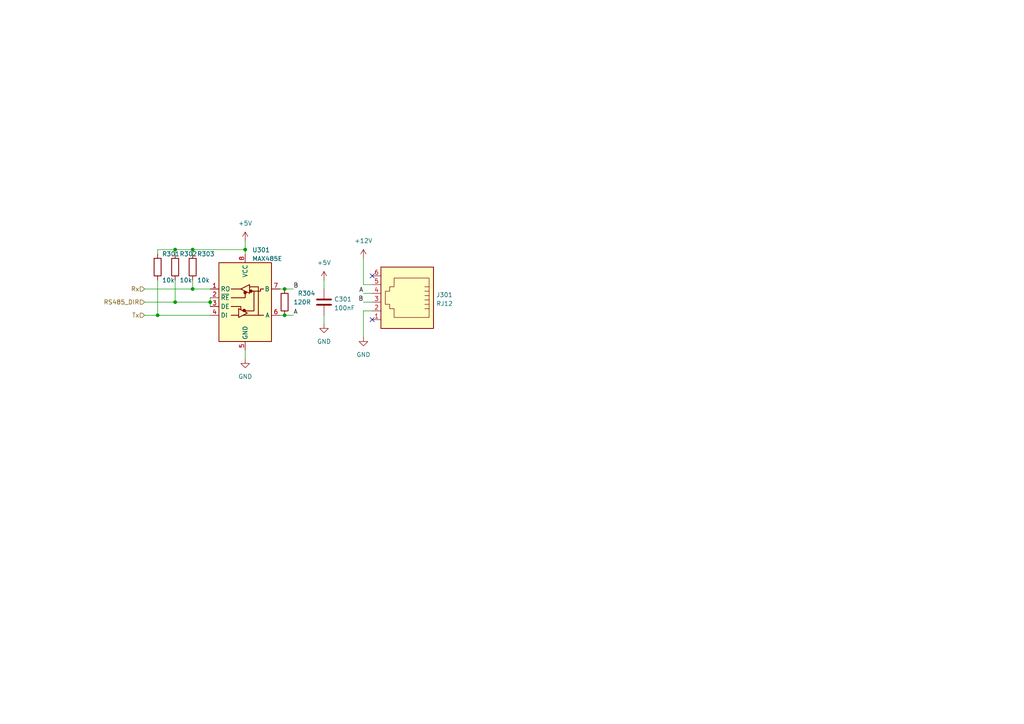
<source format=kicad_sch>
(kicad_sch (version 20230121) (generator eeschema)
  (paper "A4")
  (lib_symbols
    (symbol "Connector:RJ12" (pin_names (offset 1.016))
      (property "Reference" "J" (at -5.08 11.43 0))
      (property "Value" "RJ12" (at 2.54 11.43 0))
      (symbol "RJ12_0_1"
        (polyline (pts (xy -6.35 -1.905) (xy -5.08 -1.905) (xy -5.08 -1.905)))
        (polyline (pts (xy -6.35 -0.635) (xy -5.08 -0.635) (xy -5.08 -0.635)))
        (polyline (pts (xy -6.35 0.635) (xy -5.08 0.635) (xy -5.08 0.635)))
        (polyline (pts (xy -6.35 1.905) (xy -5.08 1.905) (xy -5.08 1.905)))
        (polyline (pts (xy -6.35 3.175) (xy -5.08 3.175) (xy -5.08 3.175)))
        (polyline (pts (xy -5.08 4.445) (xy -6.35 4.445) (xy -6.35 4.445)))
        (polyline (pts (xy -6.35 -4.445) (xy -6.35 6.985) (xy 3.81 6.985) (xy 3.81 4.445) (xy 5.08 4.445) (xy 5.08 3.175) (xy 6.35 3.175) (xy 6.35 -0.635) (xy 5.08 -0.635) (xy 5.08 -1.905) (xy 3.81 -1.905) (xy 3.81 -4.445) (xy -6.35 -4.445) (xy -6.35 -4.445)))
        (rectangle (start 7.62 10.16) (end -7.62 -7.62) (stroke (width 0.254)) (fill (type background)))
      )
      (symbol "RJ12_1_1"
        (pin passive line (at 10.16 -5.08 180) (length 2.54) (name "~") (number "1"))
        (pin passive line (at 10.16 -2.54 180) (length 2.54) (name "~") (number "2"))
        (pin passive line (at 10.16 0 180) (length 2.54) (name "~") (number "3"))
        (pin passive line (at 10.16 2.54 180) (length 2.54) (name "~") (number "4"))
        (pin passive line (at 10.16 5.08 180) (length 2.54) (name "~") (number "5"))
        (pin passive line (at 10.16 7.62 180) (length 2.54) (name "~") (number "6"))
      )
    )
    (symbol "Device:C" (pin_numbers hide) (pin_names (offset 0.254))
      (property "Reference" "C" (at 0.635 2.54 0))
      (property "Value" "C" (at 0.635 -2.54 0))
      (symbol "C_0_1"
        (polyline (pts (xy -2.032 -0.762) (xy 2.032 -0.762)) (stroke (width 0.508)))
        (polyline (pts (xy -2.032 0.762) (xy 2.032 0.762)) (stroke (width 0.508)))
      )
      (symbol "C_1_1"
        (pin passive line (at 0 3.81 270) (length 2.794) (name "~") (number "1"))
        (pin passive line (at 0 -3.81 90) (length 2.794) (name "~") (number "2"))
      )
    )
    (symbol "Device:R" (pin_numbers hide) (pin_names (offset 0))
      (property "Reference" "R" (at 2.032 0 90))
      (property "Value" "R" (at 0 0 90))
      (symbol "R_0_1"
        (rectangle (start -1.016 -2.54) (end 1.016 2.54) (stroke (width 0.254)))
      )
      (symbol "R_1_1"
        (pin passive line (at 0 3.81 270) (length 1.27) (name "~") (number "1"))
        (pin passive line (at 0 -3.81 90) (length 1.27) (name "~") (number "2"))
      )
    )
    (symbol "Interface_UART:MAX485E"
      (property "Reference" "U" (at -6.096 11.43 0))
      (property "Value" "MAX485E" (at 0.762 11.43 0))
      (symbol "MAX485E_0_1"
        (rectangle (start -7.62 10.16) (end 7.62 -12.7) (stroke (width 0.254)) (fill (type background)))
        (circle (center -0.3048 -3.683) (radius 0.3556) (stroke (width 0.254)) (fill (type outline)))
        (circle (center -0.0254 1.4986) (radius 0.3556) (stroke (width 0.254)) (fill (type outline)))
        (polyline (pts (xy -4.064 -5.08) (xy -1.905 -5.08)) (stroke (width 0.254)))
        (polyline (pts (xy -4.064 2.54) (xy -1.27 2.54)) (stroke (width 0.254)))
        (polyline (pts (xy -1.27 -3.2004) (xy -1.27 -3.4544)) (stroke (width 0.254)))
        (polyline (pts (xy -0.635 -5.08) (xy 5.334 -5.08)) (stroke (width 0.254)))
        (polyline (pts (xy -4.064 -2.54) (xy -1.27 -2.54) (xy -1.27 -3.175)) (stroke (width 0.254)))
        (polyline (pts (xy 0 1.27) (xy 0 0) (xy -4.064 0)) (stroke (width 0.254)))
        (polyline (pts (xy 1.27 3.175) (xy 3.81 3.175) (xy 3.81 -5.08)) (stroke (width 0.254)))
        (polyline (pts (xy 2.54 1.905) (xy 2.54 -3.81) (xy 0 -3.81)) (stroke (width 0.254)))
        (polyline (pts (xy -1.905 -3.175) (xy -1.905 -5.715) (xy 0.635 -4.445) (xy -1.905 -3.175)) (stroke (width 0.254)))
        (polyline (pts (xy -1.27 2.54) (xy 1.27 3.81) (xy 1.27 1.27) (xy -1.27 2.54)) (stroke (width 0.254)))
        (polyline (pts (xy 1.905 1.905) (xy 4.445 1.905) (xy 4.445 2.54) (xy 5.334 2.54)) (stroke (width 0.254)))
        (rectangle (start 1.27 3.175) (end 1.27 3.175))
        (circle (center 1.651 1.905) (radius 0.3556) (stroke (width 0.254)) (fill (type outline)))
      )
      (symbol "MAX485E_1_1"
        (pin output line (at -10.16 2.54 0) (length 2.54) (name "RO") (number "1"))
        (pin input line (at -10.16 0 0) (length 2.54) (name "~{RE}") (number "2"))
        (pin input line (at -10.16 -2.54 0) (length 2.54) (name "DE") (number "3"))
        (pin input line (at -10.16 -5.08 0) (length 2.54) (name "DI") (number "4"))
        (pin power_in line (at 0 -15.24 90) (length 2.54) (name "GND") (number "5"))
        (pin bidirectional line (at 10.16 -5.08 180) (length 2.54) (name "A") (number "6"))
        (pin bidirectional line (at 10.16 2.54 180) (length 2.54) (name "B") (number "7"))
        (pin power_in line (at 0 12.7 270) (length 2.54) (name "VCC") (number "8"))
      )
    )
    (symbol "power:+12V" (power) (pin_names (offset 0))
      (property "Value" "+12V" (at 0 3.556 0))
      (symbol "+12V_0_1"
        (polyline (pts (xy -0.762 1.27) (xy 0 2.54)))
        (polyline (pts (xy 0 0) (xy 0 2.54)))
        (polyline (pts (xy 0 2.54) (xy 0.762 1.27)))
      )
      (symbol "+12V_1_1"
        (pin power_in line (at 0 0 90) (length 0) hide (name "+12V") (number "1"))
      )
    )
    (symbol "power:+5V" (power) (pin_names (offset 0))
      (property "Value" "+5V" (at 0 3.556 0))
      (symbol "+5V_0_1"
        (polyline (pts (xy -0.762 1.27) (xy 0 2.54)))
        (polyline (pts (xy 0 0) (xy 0 2.54)))
        (polyline (pts (xy 0 2.54) (xy 0.762 1.27)))
      )
      (symbol "+5V_1_1"
        (pin power_in line (at 0 0 90) (length 0) hide (name "+5V") (number "1"))
      )
    )
    (symbol "power:GND" (power) (pin_names (offset 0))
      (property "Value" "GND" (at 0 -3.81 0))
      (symbol "GND_0_1"
        (polyline (pts (xy 0 0) (xy 0 -1.27) (xy 1.27 -1.27) (xy 0 -2.54) (xy -1.27 -1.27) (xy 0 -1.27)))
      )
      (symbol "GND_1_1"
        (pin power_in line (at 0 0 270) (length 0) hide (name "GND") (number "1"))
      )
    )
  )
  (junction (at 50.8 87.63))
  (junction (at 55.88 72.39))
  (junction (at 60.96 87.63))
  (junction (at 82.55 83.82))
  (junction (at 71.12 72.39))
  (junction (at 50.8 72.39))
  (junction (at 55.88 83.82))
  (junction (at 45.72 91.44))
  (junction (at 82.55 91.44))
  (no_connect (at 107.95 80.01))
  (no_connect (at 107.95 92.71))
  (wire (pts (xy 82.55 91.44) (xy 85.09 91.44)))
  (wire (pts (xy 105.41 74.93) (xy 105.41 82.55)))
  (wire (pts (xy 93.98 91.44) (xy 93.98 93.98)))
  (wire (pts (xy 41.91 87.63) (xy 50.8 87.63)))
  (wire (pts (xy 41.91 83.82) (xy 55.88 83.82)))
  (wire (pts (xy 45.72 81.28) (xy 45.72 91.44)))
  (wire (pts (xy 71.12 69.85) (xy 71.12 72.39)))
  (wire (pts (xy 107.95 85.09) (xy 105.41 85.09)))
  (wire (pts (xy 81.28 91.44) (xy 82.55 91.44)))
  (wire (pts (xy 55.88 72.39) (xy 55.88 73.66)))
  (wire (pts (xy 50.8 72.39) (xy 55.88 72.39)))
  (wire (pts (xy 45.72 72.39) (xy 50.8 72.39)))
  (wire (pts (xy 60.96 87.63) (xy 60.96 88.9)))
  (wire (pts (xy 107.95 87.63) (xy 105.41 87.63)))
  (wire (pts (xy 93.98 81.28) (xy 93.98 83.82)))
  (wire (pts (xy 71.12 101.6) (xy 71.12 104.14)))
  (wire (pts (xy 82.55 83.82) (xy 85.09 83.82)))
  (wire (pts (xy 50.8 81.28) (xy 50.8 87.63)))
  (wire (pts (xy 55.88 72.39) (xy 71.12 72.39)))
  (wire (pts (xy 45.72 91.44) (xy 60.96 91.44)))
  (wire (pts (xy 50.8 72.39) (xy 50.8 73.66)))
  (wire (pts (xy 105.41 90.17) (xy 107.95 90.17)))
  (wire (pts (xy 55.88 83.82) (xy 60.96 83.82)))
  (wire (pts (xy 81.28 83.82) (xy 82.55 83.82)))
  (wire (pts (xy 105.41 97.79) (xy 105.41 90.17)))
  (wire (pts (xy 41.91 91.44) (xy 45.72 91.44)))
  (wire (pts (xy 60.96 86.36) (xy 60.96 87.63)))
  (wire (pts (xy 50.8 87.63) (xy 60.96 87.63)))
  (wire (pts (xy 55.88 81.28) (xy 55.88 83.82)))
  (wire (pts (xy 45.72 72.39) (xy 45.72 73.66)))
  (wire (pts (xy 107.95 82.55) (xy 105.41 82.55)))
  (wire (pts (xy 71.12 72.39) (xy 71.12 73.66)))
  (label "B" (at 105.41 87.63 180))
  (label "A" (at 85.09 91.44 0))
  (label "B" (at 85.09 83.82 0))
  (label "A" (at 105.41 85.09 180))
  (hierarchical_label "RS485_DIR" (shape input) (at 41.91 87.63 180))
  (hierarchical_label "Rx" (shape input) (at 41.91 83.82 180))
  (hierarchical_label "Tx" (shape input) (at 41.91 91.44 180))
  (symbol (lib_id "Device:R") (at 82.55 87.63 180) (unit 1)
    (property "Reference" "R7" (at 86.36 85.09 0) (effects (justify right)))
    (property "Value" "120R" (at 85.09 87.63 0) (effects (justify right)))
    (property "Footprint" "Resistor_SMD:R_0805_2012Metric" (effects hide))
    (property "Datasheet" "C17437" (effects hide))
    (instances (project "relayManager" (path "" (reference "R304") (unit 1))) (project "general_schematics" (path "" (reference "R7") (unit 1))))
  )
  (symbol (lib_id "Device:R") (at 45.72 77.47 0) (unit 1)
    (property "Reference" "R4" (at 46.99 73.66 0) (effects (justify left)))
    (property "Value" "10k" (at 46.99 81.28 0) (effects (justify left)))
    (property "Footprint" "Resistor_SMD:R_0402_1005Metric" (effects hide))
    (property "JLCPCB Part#" "C25744" (effects hide))
    (instances (project "relayManager" (path "" (reference "R301") (unit 1))) (project "general_schematics" (path "" (reference "R4") (unit 1))))
  )
  (symbol (lib_id "power:+5V") (at 93.98 81.28 0) (unit 1)
    (property "Reference" "#PWR0303" (effects hide))
    (property "Value" "+5V" (at 93.98 76.2 0))
  )
  (symbol (lib_id "Device:R") (at 55.88 77.47 0) (unit 1)
    (property "Reference" "R6" (at 57.15 73.66 0) (effects (justify left)))
    (property "Value" "10k" (at 57.15 81.28 0) (effects (justify left)))
    (property "Footprint" "Resistor_SMD:R_0402_1005Metric" (effects hide))
    (property "JLCPCB Part#" "C25744" (effects hide))
    (instances (project "relayManager" (path "" (reference "R303") (unit 1))) (project "general_schematics" (path "" (reference "R6") (unit 1))))
  )
  (symbol (lib_id "Interface_UART:MAX485E") (at 71.12 86.36 0) (unit 1)
    (property "Reference" "U3" (at 73.1394 72.5002 0) (effects (justify left)))
    (property "Value" "MAX485E" (at 73.1394 75.0371 0) (effects (justify left)))
    (property "Footprint" "Package_SO:SOIC-8_3.9x4.9mm_P1.27mm" (effects hide))
    (property "Datasheet" "https://datasheets.maximintegrated.com/en/ds/MAX1487E-MAX491E.pdf" (effects hide))
    (property "JLCPCB Part#" "C668206" (effects hide))
    (instances (project "relayManager" (path "" (reference "U301") (unit 1))) (project "general_schematics" (path "" (reference "U3") (unit 1))))
  )
  (symbol (lib_id "power:GND") (at 105.41 97.79 0) (unit 1)
    (property "Reference" "#PWR0306" (effects hide))
    (property "Value" "GND" (at 105.41 102.87 0))
  )
  (symbol (lib_id "power:GND") (at 93.98 93.98 0) (unit 1)
    (property "Reference" "#PWR0304" (effects hide))
    (property "Value" "GND" (at 93.98 99.06 0))
  )
  (symbol (lib_id "Connector:RJ12") (at 118.11 87.63 0) (mirror y) (unit 1)
    (property "Reference" "J3" (at 126.492 85.5253 0) (effects (justify right)))
    (property "Value" "RJ12" (at 126.492 88.0622 0) (effects (justify right)))
    (property "Footprint" "Connector_RJ:RJ12_Amphenol_54601" (effects hide))
    (instances (project "relayManager" (path "" (reference "J301") (unit 1))) (project "general_schematics" (path "" (reference "J3") (unit 1))))
  )
  (symbol (lib_id "Device:R") (at 50.8 77.47 0) (unit 1)
    (property "Reference" "R5" (at 52.07 73.66 0) (effects (justify left)))
    (property "Value" "10k" (at 52.07 81.28 0) (effects (justify left)))
    (property "Footprint" "Resistor_SMD:R_0402_1005Metric" (effects hide))
    (property "JLCPCB Part#" "C25744" (effects hide))
    (instances (project "relayManager" (path "" (reference "R302") (unit 1))) (project "general_schematics" (path "" (reference "R5") (unit 1))))
  )
  (symbol (lib_id "power:GND") (at 71.12 104.14 0) (unit 1)
    (property "Reference" "#PWR0302" (effects hide))
    (property "Value" "GND" (at 71.12 109.22 0))
  )
  (symbol (lib_id "power:+5V") (at 71.12 69.85 0) (unit 1)
    (property "Reference" "#PWR0301" (effects hide))
    (property "Value" "+5V" (at 71.12 64.77 0))
  )
  (symbol (lib_id "Device:C") (at 93.98 87.63 0) (unit 1)
    (property "Reference" "C3" (at 96.901 86.7953 0) (effects (justify left)))
    (property "Value" "100nF" (at 96.901 89.3322 0) (effects (justify left)))
    (property "Footprint" "Capacitor_SMD:C_0603_1608Metric" (effects hide))
    (property "JLCPCB Part#" "C14663" (effects hide))
    (instances (project "relayManager" (path "" (reference "C301") (unit 1))) (project "general_schematics" (path "" (reference "C3") (unit 1))))
  )
  (symbol (lib_id "power:+12V") (at 105.41 74.93 0) (unit 1)
    (property "Reference" "#PWR0305" (effects hide))
    (property "Value" "+12V" (at 105.41 69.85 0))
  )
)
</source>
